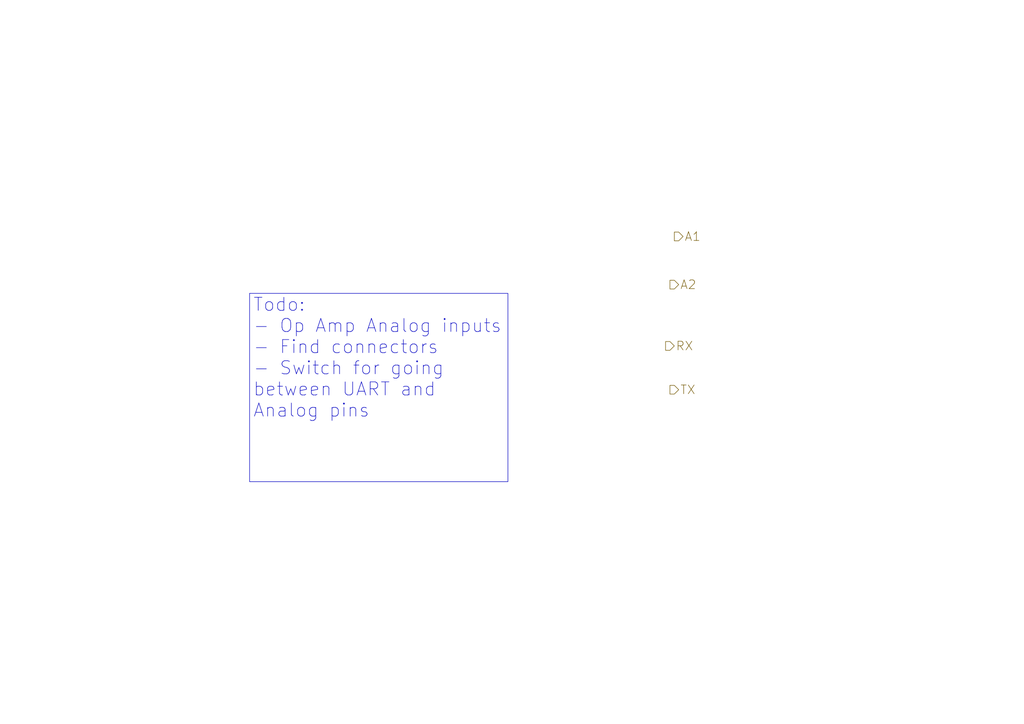
<source format=kicad_sch>
(kicad_sch
	(version 20250114)
	(generator "eeschema")
	(generator_version "9.0")
	(uuid "1f79bd55-0fe8-4db6-8cc3-e0a39946f968")
	(paper "A4")
	(lib_symbols)
	(text_box "Todo:\n- Op Amp Analog inputs\n- Find connectors\n- Switch for going between UART and Analog pins"
		(exclude_from_sim no)
		(at 72.39 85.09 0)
		(size 74.93 54.61)
		(margins 0.9525 0.9525 0.9525 0.9525)
		(stroke
			(width 0)
			(type solid)
		)
		(fill
			(type none)
		)
		(effects
			(font
				(size 3.81 3.81)
			)
			(justify left top)
		)
		(uuid "77d74dff-000f-4139-bd04-0c8e9165e28c")
	)
	(hierarchical_label "A2"
		(shape output)
		(at 194.31 82.55 0)
		(effects
			(font
				(size 2.54 2.54)
			)
			(justify left)
		)
		(uuid "13f3bcbd-ebb6-4128-b382-c3f13abcac51")
	)
	(hierarchical_label "TX"
		(shape output)
		(at 194.31 113.03 0)
		(effects
			(font
				(size 2.54 2.54)
			)
			(justify left)
		)
		(uuid "98ce15da-04f9-4bd6-b77c-8d5ecea8ffec")
	)
	(hierarchical_label "RX"
		(shape output)
		(at 193.04 100.33 0)
		(effects
			(font
				(size 2.54 2.54)
			)
			(justify left)
		)
		(uuid "b25df84a-dda8-48ca-a30c-231aed1ecd9f")
	)
	(hierarchical_label "A1"
		(shape output)
		(at 195.58 68.58 0)
		(effects
			(font
				(size 2.54 2.54)
			)
			(justify left)
		)
		(uuid "e9d097d8-228f-46f4-b67f-dace2d3bfa62")
	)
)

</source>
